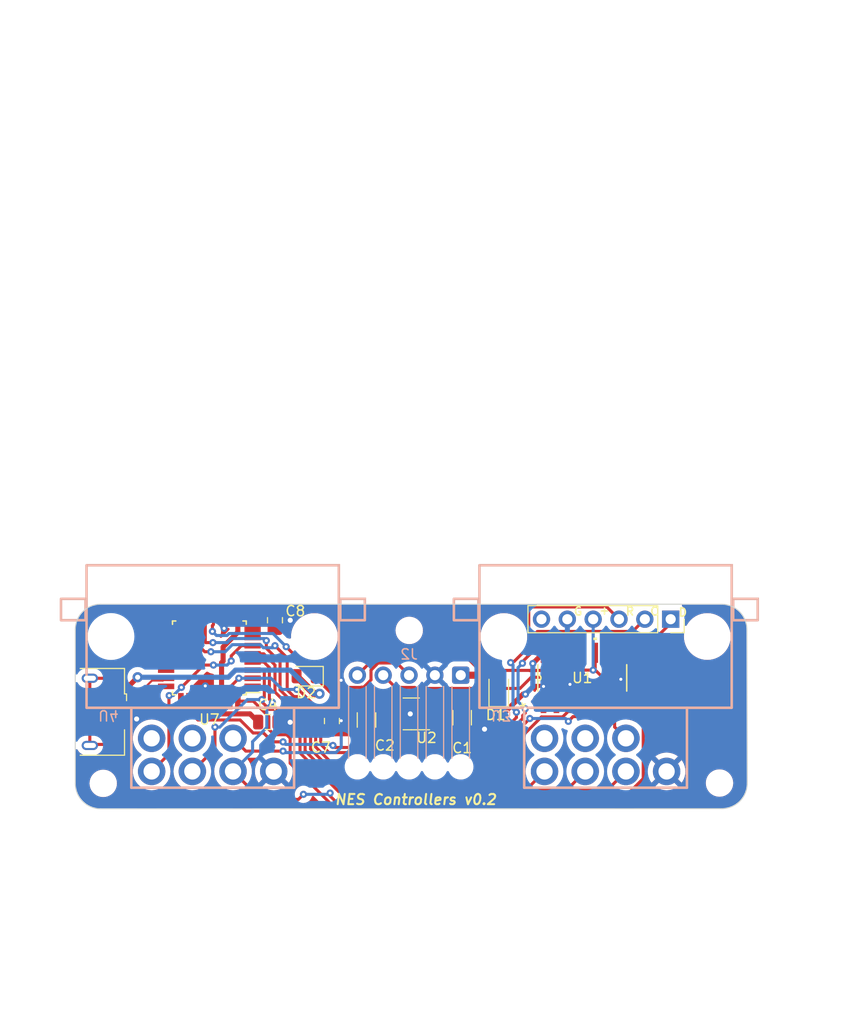
<source format=kicad_pcb>
(kicad_pcb (version 20221018) (generator pcbnew)
  (layers (0 "F.Cu" signal) (31 "B.Cu" signal) (34 "B.Paste" user) (35 "F.Paste" user) (36 "B.SilkS" user "B.Silkscreen") (37 "F.SilkS" user "F.Silkscreen") (38 "B.Mask" user) (39 "F.Mask" user) (44 "Edge.Cuts" user))
  (net 0 "")
  (net 1 "Net-(U7-VDDCORE)")
  (net 3 "/+5V*")
  (net 4 "VBUS")
  (net 5 "/D-")
  (net 8 "/NES_5V")
  (net 9 "/NES_DATA")
  (net 12 "/NES_LATCH_5V")
  (net 13 "/NES_CLOCK_5V")
  (net 14 "/NES_LATCH_3V")
  (net 15 "/D+")
  (net 27 "GND")
  (net 28 "unconnected-(J1-Shield-Pad6)")
  (net 29 "/RESET")
  (net 30 "+3V3")
  (net 31 "/SWCLK")
  (net 32 "/SWDIO")
  (net 35 "/NES_CLOCK_3V")
  (net 40 "/PAD_DATA_1")
  (net 41 "/PAD_LATCH")
  (net 42 "/PAD_CLOCK")
  (net 43 "/PAD_DATA_2")
  (footprint "Capacitor_SMD:C_0805_2012Metric" (layer "F.Cu") (at 126.51 75.825)
    (fp_text reference "C4" (at 0 -1.68) (layer "F.SilkS"))
    (fp_text value "1uF")
    (pad "1" smd roundrect (at -0.95 0) (size 1 1.45) (layers "F.Cu" "F.Paste" "F.Mask") (net 1 "Net-(U7-VDDCORE)"))
    (pad "2" smd roundrect (at 0.95 0) (size 1 1.45) (layers "F.Cu" "F.Paste" "F.Mask") (net 27 "GND"))
  )
  (footprint "MountingHole:MountingHole_2.2mm_M2" (layer "F.Cu") (at 110.327743 81.85)
    (fp_text reference "H1")
    (fp_text value "MountingHole")
    (pad "" np_thru_hole circle (at 0 0) (size 2.2 2.2) (drill 2.2) (layers "*.Cu" "*.Mask"))
  )
  (footprint "Package_QFP:TQFP-32_7x7mm_P0.8mm" (layer "F.Cu") (at 120.76 69.525 180)
    (fp_text reference "U7" (at 0 -6.05) (layer "F.SilkS"))
    (fp_text value "ATSAMD21E18A-A")
    (pad "1" smd rect (at -4.25 -2.8 180) (size 1.6 0.55) (layers "F.Cu" "F.Paste" "F.Mask"))
    (pad "2" smd rect (at -4.25 -2 180) (size 1.6 0.55) (layers "F.Cu" "F.Paste" "F.Mask"))
    (pad "3" smd rect (at -4.25 -1.2 180) (size 1.6 0.55) (layers "F.Cu" "F.Paste" "F.Mask") (net 41 "/PAD_LATCH"))
    (pad "4" smd rect (at -4.25 -0.4 180) (size 1.6 0.55) (layers "F.Cu" "F.Paste" "F.Mask") (net 42 "/PAD_CLOCK"))
    (pad "5" smd rect (at -4.25 0.4 180) (size 1.6 0.55) (layers "F.Cu" "F.Paste" "F.Mask") (net 40 "/PAD_DATA_1"))
    (pad "6" smd rect (at -4.25 1.2 180) (size 1.6 0.55) (layers "F.Cu" "F.Paste" "F.Mask") (net 43 "/PAD_DATA_2"))
    (pad "7" smd rect (at -4.25 2 180) (size 1.6 0.55) (layers "F.Cu" "F.Paste" "F.Mask"))
    (pad "8" smd rect (at -4.25 2.8 180) (size 1.6 0.55) (layers "F.Cu" "F.Paste" "F.Mask"))
    (pad "9" smd rect (at -2.8 4.25 270) (size 1.6 0.55) (layers "F.Cu" "F.Paste" "F.Mask") (net 30 "+3V3"))
    (pad "10" smd rect (at -2 4.25 270) (size 1.6 0.55) (layers "F.Cu" "F.Paste" "F.Mask") (net 27 "GND"))
    (pad "11" smd rect (at -1.2 4.25 270) (size 1.6 0.55) (layers "F.Cu" "F.Paste" "F.Mask"))
    (pad "12" smd rect (at -0.4 4.25 270) (size 1.6 0.55) (layers "F.Cu" "F.Paste" "F.Mask") (net 9 "/NES_DATA"))
    (pad "13" smd rect (at 0.4 4.25 270) (size 1.6 0.55) (layers "F.Cu" "F.Paste" "F.Mask") (net 14 "/NES_LATCH_3V"))
    (pad "14" smd rect (at 1.2 4.25 270) (size 1.6 0.55) (layers "F.Cu" "F.Paste" "F.Mask") (net 35 "/NES_CLOCK_3V"))
    (pad "15" smd rect (at 2 4.25 270) (size 1.6 0.55) (layers "F.Cu" "F.Paste" "F.Mask"))
    (pad "16" smd rect (at 2.8 4.25 270) (size 1.6 0.55) (layers "F.Cu" "F.Paste" "F.Mask"))
    (pad "17" smd rect (at 4.25 2.8 180) (size 1.6 0.55) (layers "F.Cu" "F.Paste" "F.Mask"))
    (pad "18" smd rect (at 4.25 2 180) (size 1.6 0.55) (layers "F.Cu" "F.Paste" "F.Mask"))
    (pad "19" smd rect (at 4.25 1.2 180) (size 1.6 0.55) (layers "F.Cu" "F.Paste" "F.Mask"))
    (pad "20" smd rect (at 4.25 0.4 180) (size 1.6 0.55) (layers "F.Cu" "F.Paste" "F.Mask"))
    (pad "21" smd rect (at 4.25 -0.4 180) (size 1.6 0.55) (layers "F.Cu" "F.Paste" "F.Mask"))
    (pad "22" smd rect (at 4.25 -1.2 180) (size 1.6 0.55) (layers "F.Cu" "F.Paste" "F.Mask"))
    (pad "23" smd rect (at 4.25 -2 180) (size 1.6 0.55) (layers "F.Cu" "F.Paste" "F.Mask") (net 5 "/D-"))
    (pad "24" smd rect (at 4.25 -2.8 180) (size 1.6 0.55) (layers "F.Cu" "F.Paste" "F.Mask") (net 15 "/D+"))
    (pad "25" smd rect (at 2.8 -4.25 270) (size 1.6 0.55) (layers "F.Cu" "F.Paste" "F.Mask"))
    (pad "26" smd rect (at 2 -4.25 270) (size 1.6 0.55) (layers "F.Cu" "F.Paste" "F.Mask") (net 29 "/RESET"))
    (pad "27" smd rect (at 1.2 -4.25 270) (size 1.6 0.55) (layers "F.Cu" "F.Paste" "F.Mask"))
    (pad "28" smd rect (at 0.4 -4.25 270) (size 1.6 0.55) (layers "F.Cu" "F.Paste" "F.Mask") (net 27 "GND"))
    (pad "29" smd rect (at -0.4 -4.25 270) (size 1.6 0.55) (layers "F.Cu" "F.Paste" "F.Mask") (net 1 "Net-(U7-VDDCORE)"))
    (pad "30" smd rect (at -1.2 -4.25 270) (size 1.6 0.55) (layers "F.Cu" "F.Paste" "F.Mask") (net 30 "+3V3"))
    (pad "31" smd rect (at -2 -4.25 270) (size 1.6 0.55) (layers "F.Cu" "F.Paste" "F.Mask") (net 31 "/SWCLK"))
    (pad "32" smd rect (at -2.8 -4.25 270) (size 1.6 0.55) (layers "F.Cu" "F.Paste" "F.Mask") (net 32 "/SWDIO"))
  )
  (footprint "Capacitor_SMD:C_0805_2012Metric" (layer "F.Cu") (at 132.81 75.725 90)
    (fp_text reference "C7" (at -2.6 -1.1 180) (layer "F.SilkS"))
    (fp_text value "1uF")
    (pad "1" smd roundrect (at -0.95 0 90) (size 1 1.45) (layers "F.Cu" "F.Paste" "F.Mask") (net 30 "+3V3"))
    (pad "2" smd roundrect (at 0.95 0 90) (size 1 1.45) (layers "F.Cu" "F.Paste" "F.Mask") (net 27 "GND"))
  )
  (footprint "Capacitor_SMD:C_1206_3216Metric" (layer "F.Cu") (at 145.61 75.4 -90)
    (fp_text reference "C1" (at 2.975 0) (layer "F.SilkS"))
    (fp_text value "10uF")
    (pad "1" smd roundrect (at -1.475 0 270) (size 1.15 1.8) (layers "F.Cu" "F.Paste" "F.Mask") (roundrect_rratio 0.217391) (net 3 "/+5V*"))
    (pad "2" smd roundrect (at 1.475 0 270) (size 1.15 1.8) (layers "F.Cu" "F.Paste" "F.Mask") (roundrect_rratio 0.217391) (net 27 "GND"))
  )
  (footprint "Package_TO_SOT_SMD:SOT-23-5" (layer "F.Cu") (at 140.61 75.025 180)
    (fp_text reference "U2" (at -1.5 -2.35) (layer "F.SilkS"))
    (fp_text value "AP2112K-3.3")
    (pad "1" smd roundrect (at -1.1375 -0.95 180) (size 1.325 0.6) (layers "F.Cu" "F.Paste" "F.Mask") (net 3 "/+5V*"))
    (pad "2" smd roundrect (at -1.1375 0 180) (size 1.325 0.6) (layers "F.Cu" "F.Paste" "F.Mask") (net 27 "GND"))
    (pad "3" smd roundrect (at -1.1375 0.95 180) (size 1.325 0.6) (layers "F.Cu" "F.Paste" "F.Mask") (net 3 "/+5V*"))
    (pad "4" smd roundrect (at 1.1375 0.95 180) (size 1.325 0.6) (layers "F.Cu" "F.Paste" "F.Mask"))
    (pad "5" smd roundrect (at 1.1375 -0.95 180) (size 1.325 0.6) (layers "F.Cu" "F.Paste" "F.Mask") (net 30 "+3V3"))
  )
  (footprint "Capacitor_SMD:C_0805_2012Metric" (layer "F.Cu") (at 127.21 65.825 -90)
    (fp_text reference "C8" (at -0.9 -2 -180) (layer "F.SilkS"))
    (fp_text value "1uF")
    (pad "1" smd roundrect (at -0.95 0 270) (size 1 1.45) (layers "F.Cu" "F.Paste" "F.Mask") (net 30 "+3V3"))
    (pad "2" smd roundrect (at 0.95 0 270) (size 1 1.45) (layers "F.Cu" "F.Paste" "F.Mask") (net 27 "GND"))
  )
  (footprint "Diode_SMD:D_0805_2012Metric" (layer "F.Cu") (at 130.2725 71.325 180)
    (fp_text reference "D2" (at 0 -1.65) (layer "F.SilkS"))
    (fp_text value "D")
    (pad "1" smd roundrect (at -0.9375 0 180) (size 0.975 1.4) (layers "F.Cu" "F.Paste" "F.Mask") (net 3 "/+5V*"))
    (pad "2" smd roundrect (at 0.9375 0 180) (size 0.975 1.4) (layers "F.Cu" "F.Paste" "F.Mask") (net 4 "VBUS"))
  )
  (footprint "Capacitor_SMD:C_1206_3216Metric" (layer "F.Cu") (at 136.21 75.625 90)
    (fp_text reference "C2" (at -2.5 1.8) (layer "F.SilkS"))
    (fp_text value "10uF")
    (pad "1" smd roundrect (at -1.475 0 90) (size 1.15 1.8) (layers "F.Cu" "F.Paste" "F.Mask") (roundrect_rratio 0.217391) (net 30 "+3V3"))
    (pad "2" smd roundrect (at 1.475 0 90) (size 1.15 1.8) (layers "F.Cu" "F.Paste" "F.Mask") (roundrect_rratio 0.217391) (net 27 "GND"))
  )
  (footprint "Diode_SMD:D_0805_2012Metric" (layer "F.Cu") (at 149.21 72.625 90)
    (fp_text reference "D1" (at -2.5 -0.3 180) (layer "F.SilkS"))
    (fp_text value "D")
    (pad "1" smd roundrect (at -0.9375 0 90) (size 0.975 1.4) (layers "F.Cu" "F.Paste" "F.Mask") (net 3 "/+5V*"))
    (pad "2" smd roundrect (at 0.9375 0 90) (size 0.975 1.4) (layers "F.Cu" "F.Paste" "F.Mask") (net 8 "/NES_5V"))
  )
  (footprint "Connector_USB:USB_Micro-B_Amphenol_10118193-0001LF_Horizontal" (layer "F.Cu") (at 109.01 74.825 -90)
    (fp_text reference "J1")
    (fp_text value "USB_B_Micro")
    (pad "1" smd roundrect (at -1.3 -2.675 270) (size 0.4 1.35) (layers "F.Cu" "F.Paste" "F.Mask") (net 4 "VBUS"))
    (pad "2" smd roundrect (at -0.65 -2.675 270) (size 0.4 1.35) (layers "F.Cu" "F.Paste" "F.Mask") (net 5 "/D-"))
    (pad "3" smd roundrect (at 0 -2.675 270) (size 0.4 1.35) (layers "F.Cu" "F.Paste" "F.Mask") (net 15 "/D+"))
    (pad "4" smd roundrect (at 0.65 -2.675 270) (size 0.4 1.35) (layers "F.Cu" "F.Paste" "F.Mask"))
    (pad "5" smd roundrect (at 1.3 -2.675 270) (size 0.4 1.35) (layers "F.Cu" "F.Paste" "F.Mask") (net 27 "GND"))
    (pad "6" thru_hole oval (at -3.3 0) (size 1.6 0.9) (drill oval 1.2 0.5) (layers "*.Cu" "*.Mask" "F.Paste") (net 28 "unconnected-(J1-Shield-Pad6)"))
    (pad "6" smd roundrect (at -3.2 -2.45 270) (size 1.6 1.4) (layers "F.Cu" "F.Paste" "F.Mask") (roundrect_rratio 0.1785714286) (net 28 "unconnected-(J1-Shield-Pad6)"))
    (pad "6" smd roundrect (at -1.2 0 270) (size 1.9 1.9) (layers "F.Cu" "F.Paste" "F.Mask") (roundrect_rratio 0.1315789474) (net 28 "unconnected-(J1-Shield-Pad6)"))
    (pad "6" smd roundrect (at 1.2 0 270) (size 1.9 1.9) (layers "F.Cu" "F.Paste" "F.Mask") (roundrect_rratio 0.1315789474) (net 28 "unconnected-(J1-Shield-Pad6)"))
    (pad "6" smd roundrect (at 3.2 -2.45 270) (size 1.6 1.4) (layers "F.Cu" "F.Paste" "F.Mask") (roundrect_rratio 0.1785714286) (net 28 "unconnected-(J1-Shield-Pad6)"))
    (pad "6" thru_hole oval (at 3.3 0) (size 1.6 0.9) (drill oval 1.2 0.5) (layers "*.Cu" "*.Mask" "F.Paste") (net 28 "unconnected-(J1-Shield-Pad6)"))
  )
  (footprint "Connector_PinSocket_2.54mm:PinSocket_1x06_P2.54mm_Vertical" (layer "F.Cu") (at 166.11 65.725 -90)
    (fp_text reference "J3")
    (fp_text value "Conn_01x06")
    (pad "1" thru_hole rect (at 0 0 270) (size 1.7 1.7) (drill 1) (layers "*.Cu" "*.Mask") (net 32 "/SWDIO"))
    (pad "2" thru_hole oval (at 0 2.54 270) (size 1.7 1.7) (drill 1) (layers "*.Cu" "*.Mask") (net 31 "/SWCLK"))
    (pad "3" thru_hole oval (at 0 5.08 270) (size 1.7 1.7) (drill 1) (layers "*.Cu" "*.Mask") (net 29 "/RESET"))
    (pad "4" thru_hole oval (at 0 7.62 270) (size 1.7 1.7) (drill 1) (layers "*.Cu" "*.Mask") (net 30 "+3V3"))
    (pad "5" thru_hole oval (at 0 10.16 270) (size 1.7 1.7) (drill 1) (layers "*.Cu" "*.Mask") (net 27 "GND"))
    (pad "6" thru_hole oval (at 0 12.7 270) (size 1.7 1.7) (drill 1) (layers "*.Cu" "*.Mask"))
  )
  (footprint "Minor_Industries:SN74LVC125ADR" (layer "F.Cu") (at 157.42 71.4888 90)
    (fp_text reference "U1" (at 0 0 unlocked) (layer "F.SilkS"))
    (fp_text value "SN74LVC125ADR")
    (fp_text user "*" (at -2.7178 -5.5118 90 unlocked) (layer "F.SilkS"))
    (fp_text user "*" (at -2.7178 -5.5118 90) (layer "F.SilkS"))
    (pad "1" smd rect (at -2.4638 -3.81 90) (size 1.9812 0.5588) (layers "F.Cu" "F.Paste" "F.Mask") (net 27 "GND"))
    (pad "2" smd rect (at -2.4638 -2.54 90) (size 1.9812 0.5588) (layers "F.Cu" "F.Paste" "F.Mask") (net 12 "/NES_LATCH_5V"))
    (pad "3" smd rect (at -2.4638 -1.27 90) (size 1.9812 0.5588) (layers "F.Cu" "F.Paste" "F.Mask") (net 14 "/NES_LATCH_3V"))
    (pad "4" smd rect (at -2.4638 0 90) (size 1.9812 0.5588) (layers "F.Cu" "F.Paste" "F.Mask") (net 27 "GND"))
    (pad "5" smd rect (at -2.4638 1.27 90) (size 1.9812 0.5588) (layers "F.Cu" "F.Paste" "F.Mask") (net 13 "/NES_CLOCK_5V"))
    (pad "6" smd rect (at -2.4638 2.54 90) (size 1.9812 0.5588) (layers "F.Cu" "F.Paste" "F.Mask") (net 35 "/NES_CLOCK_3V"))
    (pad "7" smd rect (at -2.4638 3.81 90) (size 1.9812 0.5588) (layers "F.Cu" "F.Paste" "F.Mask") (net 27 "GND"))
    (pad "8" smd rect (at 2.4638 3.81 90) (size 1.9812 0.5588) (layers "F.Cu" "F.Paste" "F.Mask"))
    (pad "9" smd rect (at 2.4638 2.54 90) (size 1.9812 0.5588) (layers "F.Cu" "F.Paste" "F.Mask"))
    (pad "10" smd rect (at 2.4638 1.27 90) (size 1.9812 0.5588) (layers "F.Cu" "F.Paste" "F.Mask") (net 30 "+3V3"))
    (pad "11" smd rect (at 2.4638 0 90) (size 1.9812 0.5588) (layers "F.Cu" "F.Paste" "F.Mask"))
    (pad "12" smd rect (at 2.4638 -1.27 90) (size 1.9812 0.5588) (layers "F.Cu" "F.Paste" "F.Mask"))
    (pad "13" smd rect (at 2.4638 -2.54 90) (size 1.9812 0.5588) (layers "F.Cu" "F.Paste" "F.Mask") (net 30 "+3V3"))
    (pad "14" smd rect (at 2.4638 -3.81 90) (size 1.9812 0.5588) (layers "F.Cu" "F.Paste" "F.Mask") (net 30 "+3V3"))
  )
  (footprint "MountingHole:MountingHole_2.2mm_M2" (layer "F.Cu") (at 140.41 66.825)
    (fp_text reference "H3")
    (fp_text value "MountingHole")
    (pad "" np_thru_hole circle (at 0 0) (size 2.2 2.2) (drill 2.2) (layers "*.Cu" "*.Mask"))
  )
  (footprint "MountingHole:MountingHole_2.2mm_M2" (layer "F.Cu") (at 170.91 81.817767)
    (fp_text reference "H2")
    (fp_text value "MountingHole")
    (pad "" np_thru_hole circle (at 0 0) (size 2.2 2.2) (drill 2.2) (layers "*.Cu" "*.Mask"))
  )
  (footprint "Connector_Wire:SolderWire-0.15sqmm_1x05_P4mm_D0.5mm_OD1.5mm_Relief" (layer "B.Cu") (at 145.47 71.225 180)
    (fp_text reference "J2" (at 5.08 2.05) (layer "B.SilkS") (effects (justify mirror)))
    (fp_text value "NES")
    (pad "" np_thru_hole circle (at 0 -9 180) (size 2 2) (drill 2) (layers "*.Cu" "*.Mask"))
    (pad "" np_thru_hole circle (at 2.54 -9 180) (size 2 2) (drill 2) (layers "*.Cu" "*.Mask"))
    (pad "" np_thru_hole circle (at 5.08 -9 180) (size 2 2) (drill 2) (layers "*.Cu" "*.Mask"))
    (pad "" np_thru_hole circle (at 7.62 -9 180) (size 2 2) (drill 2) (layers "*.Cu" "*.Mask"))
    (pad "" np_thru_hole circle (at 10.16 -9 180) (size 2 2) (drill 2) (layers "*.Cu" "*.Mask"))
    (pad "1" thru_hole roundrect (at 0 0 180) (size 1.7 1.7) (drill 1) (layers "*.Cu" "*.Mask") (roundrect_rratio 0.147059) (net 8 "/NES_5V"))
    (pad "2" thru_hole circle (at 2.54 0 180) (size 1.7 1.7) (drill 1) (layers "*.Cu" "*.Mask") (net 27 "GND"))
    (pad "3" thru_hole circle (at 5.08 0 180) (size 1.7 1.7) (drill 1) (layers "*.Cu" "*.Mask") (net 9 "/NES_DATA"))
    (pad "4" thru_hole circle (at 7.62 0 180) (size 1.7 1.7) (drill 1) (layers "*.Cu" "*.Mask") (net 12 "/NES_LATCH_5V"))
    (pad "5" thru_hole circle (at 10.16 0 180) (size 1.7 1.7) (drill 1) (layers "*.Cu" "*.Mask") (net 13 "/NES_CLOCK_5V"))
  )
  (footprint "Minor_Industries:NES controller port" (layer "B.Cu") (at 121.087743 74.675)
    (fp_text reference "U4" (at -10.25 0.5 180 unlocked) (layer "B.SilkS") (effects (justify mirror)))
    (fp_text value "~")
    (pad "" np_thru_hole circle (at -10 -7.25) (size 4.1 4.1) (drill 4.1) (layers "F&B.Cu" "*.Mask"))
    (pad "" thru_hole circle (at -6 2.75) (size 2.7 2.7) (drill 1.6) (layers "*.Cu" "*.Mask"))
    (pad "" thru_hole circle (at -2 2.75) (size 2.7 2.7) (drill 1.6) (layers "*.Cu" "*.Mask"))
    (pad "" np_thru_hole circle (at 10 -7.25) (size 4.1 4.1) (drill 4.1) (layers "F&B.Cu" "*.Mask"))
    (pad "1" thru_hole circle (at 2 2.75) (size 2.7 2.7) (drill 1.6) (layers "*.Cu" "*.Mask") (net 30 "+3V3"))
    (pad "2" thru_hole circle (at 6 6) (size 2.7 2.7) (drill 1.6) (layers "*.Cu" "*.Mask") (net 27 "GND"))
    (pad "3" thru_hole circle (at -6 6) (size 2.7 2.7) (drill 1.6) (layers "*.Cu" "*.Mask") (net 43 "/PAD_DATA_2"))
    (pad "4" thru_hole circle (at -2 6) (size 2.7 2.7) (drill 1.6) (layers "*.Cu" "*.Mask") (net 41 "/PAD_LATCH"))
    (pad "5" thru_hole circle (at 2 6) (size 2.7 2.7) (drill 1.6) (layers "*.Cu" "*.Mask") (net 42 "/PAD_CLOCK"))
  )
  (footprint "Minor_Industries:NES controller port" (layer "B.Cu") (at 159.71 74.675)
    (fp_text reference "U3" (at -10.25 0.5 180 unlocked) (layer "B.SilkS") (effects (justify mirror)))
    (fp_text value "~")
    (pad "" np_thru_hole circle (at -10 -7.25) (size 4.1 4.1) (drill 4.1) (layers "F&B.Cu" "*.Mask"))
    (pad "" thru_hole circle (at -6 2.75) (size 2.7 2.7) (drill 1.6) (layers "*.Cu" "*.Mask"))
    (pad "" thru_hole circle (at -2 2.75) (size 2.7 2.7) (drill 1.6) (layers "*.Cu" "*.Mask"))
    (pad "" np_thru_hole circle (at 10 -7.25) (size 4.1 4.1) (drill 4.1) (layers "F&B.Cu" "*.Mask"))
    (pad "1" thru_hole circle (at 2 2.75) (size 2.7 2.7) (drill 1.6) (layers "*.Cu" "*.Mask") (net 30 "+3V3"))
    (pad "2" thru_hole circle (at 6 6) (size 2.7 2.7) (drill 1.6) (layers "*.Cu" "*.Mask") (net 27 "GND"))
    (pad "3" thru_hole circle (at -6 6) (size 2.7 2.7) (drill 1.6) (layers "*.Cu" "*.Mask") (net 40 "/PAD_DATA_1"))
    (pad "4" thru_hole circle (at -2 6) (size 2.7 2.7) (drill 1.6) (layers "*.Cu" "*.Mask") (net 41 "/PAD_LATCH"))
    (pad "5" thru_hole circle (at 2 6) (size 2.7 2.7) (drill 1.6) (layers "*.Cu" "*.Mask") (net 42 "/PAD_CLOCK"))
  )
  (gr_arc (start 107.577743 66.75) (mid 108.309976 64.982233) (end 110.077743 64.25) (stroke (width 0.1)) (layer "Edge.Cuts"))
  (gr_line (start 110.077743 84.35) (end 171.142239 84.332219) (stroke (width 0.1)) (layer "Edge.Cuts"))
  (gr_arc (start 171.11 64.25) (mid 172.877767 64.982233) (end 173.61 66.75) (stroke (width 0.1)) (layer "Edge.Cuts"))
  (gr_line (start 110.077743 64.25) (end 171.11 64.25) (stroke (width 0.1)) (layer "Edge.Cuts"))
  (gr_line (start 173.61 66.75) (end 173.642239 81.832219) (stroke (width 0.1)) (layer "Edge.Cuts"))
  (gr_arc (start 173.642239 81.832219) (mid 172.909996 83.599952) (end 171.142239 84.332219) (stroke (width 0.1)) (layer "Edge.Cuts"))
  (gr_arc (start 110.077743 84.35) (mid 108.309976 83.617767) (end 107.577743 81.85) (stroke (width 0.1)) (layer "Edge.Cuts"))
  (gr_line (start 107.577743 66.75) (end 107.577743 81.85) (stroke (width 0.1)) (layer "Edge.Cuts"))
  (gr_text "G" (at 156.51 65.425) (layer "F.SilkS") (effects (font (size 0.8 0.8)) (justify left bottom)))
  (gr_text "NES Controllers v0.2" (at 133.01 84.025) (layer "F.SilkS") (effects (font (size 1 1) (thickness 0.2) bold italic) (justify left bottom)))
  (gr_text "C" (at 164.01 65.425) (layer "F.SilkS") (effects (font (size 0.8 0.8)) (justify left bottom)))
  (gr_text "+" (at 159.01 65.325) (layer "F.SilkS") (effects (font (size 0.8 0.8)) (justify left bottom)))
  (gr_text "D" (at 166.81 65.525) (layer "F.SilkS") (effects (font (size 0.8 0.8)) (justify left bottom)))
  (gr_text "R" (at 161.61 65.425) (layer "F.SilkS") (effects (font (size 0.8 0.8)) (justify left bottom)))
  (segment (start 125.56 75.825) (end 124.76 75.025) (width 0.5) (layer "F.Cu") (net 1))
  (segment (start 124.76 75.025) (end 121.31 75.025) (width 0.5) (layer "F.Cu") (net 1))
  (segment (start 121.31 75.025) (end 121.16 74.875) (width 0.5) (layer "F.Cu") (net 1))
  (segment (start 121.16 74.875) (end 121.16 73.775) (width 0.5) (layer "F.Cu") (net 1))
  (segment (start 137.849949 73) (end 137.874949 73.025) (width 0.5) (layer "F.Cu") (net 3))
  (segment (start 141.7475 74.075) (end 142.308528 74.075) (width 0.5) (layer "F.Cu") (net 3))
  (segment (start 142.86 75.423528) (end 142.308528 75.975) (width 0.5) (layer "F.Cu") (net 3))
  (segment (start 149.21 73.5625) (end 145.9725 73.5625) (width 0.7) (layer "F.Cu") (net 3))
  (segment (start 142.308528 74.075) (end 142.86 74.626472) (width 0.5) (layer "F.Cu") (net 3))
  (segment (start 140.6975 73.025) (end 141.7475 74.075) (width 0.5) (layer "F.Cu") (net 3))
  (segment (start 145.46 74.075) (end 145.61 73.925) (width 0.5) (layer "F.Cu") (net 3))
  (segment (start 141.7475 74.075) (end 145.46 74.075) (width 0.5) (layer "F.Cu") (net 3))
  (segment (start 137.874949 73.025) (end 140.6975 73.025) (width 0.5) (layer "F.Cu") (net 3))
  (segment (start 132.91 73.025) (end 135.945051 73.025) (width 0.5) (layer "F.Cu") (net 3))
  (segment (start 142.86 74.626472) (end 142.86 75.423528) (width 0.5) (layer "F.Cu") (net 3))
  (segment (start 142.308528 75.975) (end 141.7475 75.975) (width 0.5) (layer "F.Cu") (net 3))
  (segment (start 145.9725 73.5625) (end 145.61 73.925) (width 0.7) (layer "F.Cu") (net 3))
  (segment (start 135.945051 73.025) (end 135.970051 73) (width 0.5) (layer "F.Cu") (net 3))
  (segment (start 135.970051 73) (end 137.849949 73) (width 0.5) (layer "F.Cu") (net 3))
  (segment (start 131.21 71.325) (end 132.91 73.025) (width 0.5) (layer "F.Cu") (net 3))
  (segment (start 131.056398 73.046398) (end 129.335 71.325) (width 0.7) (layer "F.Cu") (net 4))
  (segment (start 131.588602 73.046398) (end 131.056398 73.046398) (width 0.7) (layer "F.Cu") (net 4))
  (segment (start 113.71 71.425) (end 111.685 73.45) (width 0.5) (layer "F.Cu") (net 4))
  (segment (start 111.685 73.45) (end 111.685 73.525) (width 0.5) (layer "F.Cu") (net 4))
  (via (at 131.588602 73.046398) (size 1) (drill 0.5) (layers "F.Cu" "B.Cu") (net 4))
  (via (at 113.71 71.425) (size 1) (drill 0.5) (layers "F.Cu" "B.Cu") (net 4))
  (segment (start 122.629127 71.425) (end 123.329127 70.725) (width 0.5) (layer "B.Cu") (net 4))
  (segment (start 128.71 70.725) (end 131.031398 73.046398) (width 0.5) (layer "B.Cu") (net 4))
  (segment (start 123.329127 70.725) (end 128.71 70.725) (width 0.5) (layer "B.Cu") (net 4))
  (segment (start 131.031398 73.046398) (end 131.588602 73.046398) (width 0.5) (layer "B.Cu") (net 4))
  (segment (start 113.71 71.425) (end 122.629127 71.425) (width 0.5) (layer "B.Cu") (net 4))
  (segment (start 111.685 74.175) (end 112.697501 74.175) (width 0.2) (layer "F.Cu") (net 5))
  (segment (start 116.185 71.75) (end 116.41 71.525) (width 0.2) (layer "F.Cu") (net 5))
  (segment (start 112.697501 74.175) (end 115.122501 71.75) (width 0.2) (layer "F.Cu") (net 5))
  (segment (start 115.122501 71.75) (end 116.185 71.75) (width 0.2) (layer "F.Cu") (net 5))
  (segment (start 145.47 71.225) (end 148.7475 71.225) (width 0.7) (layer "F.Cu") (net 8))
  (segment (start 148.7475 71.225) (end 149.21 71.6875) (width 0.7) (layer "F.Cu") (net 8))
  (segment (start 139.19 70.025) (end 140.39 71.225) (width 0.3) (layer "F.Cu") (net 9))
  (segment (start 136.65 70.727943) (end 137.352943 70.025) (width 0.3) (layer "F.Cu") (net 9))
  (segment (start 128.31 68.425) (end 130.16 70.275) (width 0.3) (layer "F.Cu") (net 9))
  (segment (start 132.0475 70.622811) (end 132.0475 71.313972) (width 0.3) (layer "F.Cu") (net 9))
  (segment (start 121.0595 66.3505) (end 121.16 66.25) (width 0.3) (layer "F.Cu") (net 9))
  (segment (start 121.16 66.25) (end 121.16 65.275) (width 0.3) (layer "F.Cu") (net 9))
  (segment (start 130.16 70.275) (end 131.699689 70.275) (width 0.3) (layer "F.Cu") (net 9))
  (segment (start 136.65 71.685) (end 136.65 70.727943) (width 0.3) (layer "F.Cu") (net 9))
  (segment (start 133.158528 72.425) (end 135.696523 72.425) (width 0.3) (layer "F.Cu") (net 9))
  (segment (start 121.0595 66.925) (end 121.0595 66.3505) (width 0.3) (layer "F.Cu") (net 9))
  (segment (start 132.0475 71.313972) (end 133.158528 72.425) (width 0.3) (layer "F.Cu") (net 9))
  (segment (start 135.696523 72.425) (end 135.721523 72.4) (width 0.3) (layer "F.Cu") (net 9))
  (segment (start 135.935 72.4) (end 136.65 71.685) (width 0.3) (layer "F.Cu") (net 9))
  (segment (start 135.721523 72.4) (end 135.935 72.4) (width 0.3) (layer "F.Cu") (net 9))
  (segment (start 137.352943 70.025) (end 139.19 70.025) (width 0.3) (layer "F.Cu") (net 9))
  (segment (start 131.699689 70.275) (end 132.0475 70.622811) (width 0.3) (layer "F.Cu") (net 9))
  (via (at 121.0595 66.925) (size 0.7) (drill 0.3) (layers "F.Cu" "B.Cu") (net 9))
  (via (at 128.31 68.425) (size 0.7) (drill 0.3) (layers "F.Cu" "B.Cu") (net 9))
  (segment (start 121.0595 66.925) (end 121.459002 67.324502) (width 0.3) (layer "B.Cu") (net 9))
  (segment (start 122.699452 67.125) (end 127.01 67.125) (width 0.3) (layer "B.Cu") (net 9))
  (segment (start 127.01 67.125) (end 128.31 68.425) (width 0.3) (layer "B.Cu") (net 9))
  (segment (start 122.49995 67.324502) (end 122.699452 67.125) (width 0.3) (layer "B.Cu") (net 9))
  (segment (start 121.459002 67.324502) (end 122.49995 67.324502) (width 0.3) (layer "B.Cu") (net 9))
  (segment (start 152.400498 71.425) (end 153.89995 71.425) (width 0.3) (layer "F.Cu") (net 12))
  (segment (start 154.88 72.40505) (end 154.88 73.9526) (width 0.3) (layer "F.Cu") (net 12))
  (segment (start 137.85 71.225) (end 139.05 72.425) (width 0.3) (layer "F.Cu") (net 12))
  (segment (start 139.05 72.425) (end 140.946028 72.425) (width 0.3) (layer "F.Cu") (net 12))
  (segment (start 154.88 74.6638) (end 154.88 73.9526) (width 0.3) (layer "F.Cu") (net 12))
  (segment (start 140.946028 72.425) (end 141.046028 72.525) (width 0.3) (layer "F.Cu") (net 12))
  (segment (start 153.89995 71.425) (end 154.88 72.40505) (width 0.3) (layer "F.Cu") (net 12))
  (segment (start 151.300498 72.525) (end 152.400498 71.425) (width 0.3) (layer "F.Cu") (net 12))
  (segment (start 141.046028 72.525) (end 151.300498 72.525) (width 0.3) (layer "F.Cu") (net 12))
  (segment (start 155.188728 70.752034) (end 155.661694 71.225) (width 0.3) (layer "F.Cu") (net 13))
  (segment (start 152.27005 70.775) (end 152.84995 70.775) (width 0.3) (layer "F.Cu") (net 13))
  (segment (start 155.661694 71.225) (end 156.623 71.225) (width 0.3) (layer "F.Cu") (net 13))
  (segment (start 149.572211 70.752034) (end 152.247084 70.752034) (width 0.3) (layer "F.Cu") (net 13))
  (segment (start 146.11 69.525) (end 147.01 70.425) (width 0.3) (layer "F.Cu") (net 13))
  (segment (start 158.69 73.292) (end 158.69 73.9526) (width 0.3) (layer "F.Cu") (net 13))
  (segment (start 137.01 69.525) (end 146.11 69.525) (width 0.3) (layer "F.Cu") (net 13))
  (segment (start 149.245177 70.425) (end 149.572211 70.752034) (width 0.3) (layer "F.Cu") (net 13))
  (segment (start 152.84995 70.775) (end 152.872916 70.752034) (width 0.3) (layer "F.Cu") (net 13))
  (segment (start 135.31 71.225) (end 137.01 69.525) (width 0.3) (layer "F.Cu") (net 13))
  (segment (start 152.872916 70.752034) (end 155.188728 70.752034) (width 0.3) (layer "F.Cu") (net 13))
  (segment (start 147.01 70.425) (end 149.245177 70.425) (width 0.3) (layer "F.Cu") (net 13))
  (segment (start 156.623 71.225) (end 158.69 73.292) (width 0.3) (layer "F.Cu") (net 13))
  (segment (start 152.247084 70.752034) (end 152.27005 70.775) (width 0.3) (layer "F.Cu") (net 13))
  (segment (start 121.11 68.024002) (end 120.409002 68.024002) (width 0.3) (layer "F.Cu") (net 14))
  (segment (start 130.71 75.239212) (end 130.71 78.485147) (width 0.3) (layer "F.Cu") (net 14))
  (segment (start 128.864151 73.823293) (end 129.294081 73.823293) (width 0.3) (layer "F.Cu") (net 14))
  (segment (start 146.605836 82.125) (end 153.405836 75.325) (width 0.3) (layer "F.Cu") (net 14))
  (segment (start 134.349853 82.125) (end 146.605836 82.125) (width 0.3) (layer "F.Cu") (net 14))
  (segment (start 120.36 67.975) (end 120.36 65.275) (width 0.3) (layer "F.Cu") (net 14))
  (segment (start 129.294081 73.823293) (end 130.71 75.239212) (width 0.3) (layer "F.Cu") (net 14))
  (segment (start 127.71 72.669142) (end 128.864151 73.823293) (width 0.3) (layer "F.Cu") (net 14))
  (segment (start 120.409002 68.024002) (end 120.36 67.975) (width 0.3) (layer "F.Cu") (net 14))
  (segment (start 127.71 69.925) (end 127.71 72.669142) (width 0.3) (layer "F.Cu") (net 14))
  (segment (start 126.358816 68.573816) (end 127.71 69.925) (width 0.3) (layer "F.Cu") (net 14))
  (segment (start 130.71 78.485147) (end 134.349853 82.125) (width 0.3) (layer "F.Cu") (net 14))
  (segment (start 155.4888 75.325) (end 156.15 74.6638) (width 0.3) (layer "F.Cu") (net 14))
  (segment (start 156.15 74.6638) (end 156.15 73.9526) (width 0.3) (layer "F.Cu") (net 14))
  (segment (start 153.405836 75.325) (end 155.4888 75.325) (width 0.3) (layer "F.Cu") (net 14))
  (segment (start 126.358816 67.827441) (end 126.358816 68.573816) (width 0.3) (layer "F.Cu") (net 14))
  (via (at 126.358816 67.827441) (size 0.7) (drill 0.3) (layers "F.Cu" "B.Cu") (net 14))
  (via (at 121.11 68.024002) (size 0.7) (drill 0.3) (layers "F.Cu" "B.Cu") (net 14))
  (segment (start 122.906558 67.625) (end 126.156375 67.625) (width 0.3) (layer "B.Cu") (net 14))
  (segment (start 122.507556 68.024002) (end 122.906558 67.625) (width 0.3) (layer "B.Cu") (net 14))
  (segment (start 121.11 68.024002) (end 122.507556 68.024002) (width 0.3) (layer "B.Cu") (net 14))
  (segment (start 126.156375 67.625) (end 126.358816 67.827441) (width 0.3) (layer "B.Cu") (net 14))
  (segment (start 115.197501 72.325) (end 116.41 72.325) (width 0.2) (layer "F.Cu") (net 15))
  (segment (start 112.697501 74.825) (end 115.197501 72.325) (width 0.2) (layer "F.Cu") (net 15))
  (segment (start 111.685 74.825) (end 112.697501 74.825) (width 0.2) (layer "F.Cu") (net 15))
  (segment (start 147.46 76.875) (end 145.61 76.875) (width 0.5) (layer "F.Cu") (net 27))
  (segment (start 120.31 72.225) (end 120.36 72.275) (width 0.3) (layer "F.Cu") (net 27))
  (segment (start 137.085 75.025) (end 140.51 75.025) (width 0.5) (layer "F.Cu") (net 27))
  (segment (start 161.23 71.645) (end 161.21 71.625) (width 0.3) (layer "F.Cu") (net 27))
  (segment (start 122.76 66.074502) (end 122.76 65.275) (width 0.3) (layer "F.Cu") (net 27))
  (segment (start 132.81 74.775) (end 135.585 74.775) (width 0.7) (layer "F.Cu") (net 27))
  (segment (start 120.36 73.775) (end 120.36 72.275) (width 0.3) (layer "F.Cu") (net 27))
  (segment (start 128.7016 75.8464) (end 128.6802 75.825) (width 0.7) (layer "F.Cu") (net 27))
  (segment (start 147.81 76.525) (end 147.46 76.875) (width 0.5) (layer "F.Cu") (net 27))
  (segment (start 157.42 73.335) (end 156.21 72.125) (width 0.3) (layer "F.Cu") (net 27))
  (segment (start 128.16 65.825) (end 127.21 66.775) (width 0.7) (layer "F.Cu") (net 27))
  (segment (start 141.7475 75.025) (end 140.51 75.025) (width 0.7) (layer "F.Cu") (net 27))
  (segment (start 122.21 66.624502) (end 122.76 66.074502) (width 0.3) (layer "F.Cu") (net 27))
  (segment (start 161.23 73.9526) (end 161.23 71.645) (width 0.3) (layer "F.Cu") (net 27))
  (segment (start 157.42 73.9526) (end 157.42 73.335) (width 0.3) (layer "F.Cu") (net 27))
  (segment (start 113.01 76.125) (end 113.61 75.525) (width 0.3) (layer "F.Cu") (net 27))
  (segment (start 136.21 74.15) (end 137.085 75.025) (width 0.5) (layer "F.Cu") (net 27))
  (segment (start 128.6802 75.825) (end 127.46 75.825) (width 0.7) (layer "F.Cu") (net 27))
  (segment (start 128.71 65.825) (end 128.16 65.825) (width 0.7) (layer "F.Cu") (net 27))
  (segment (start 111.685 76.125) (end 113.01 76.125) (width 0.3) (layer "F.Cu") (net 27))
  (segment (start 153.61 73.9526) (end 153.61 72.325) (width 0.3) (layer "F.Cu") (net 27))
  (segment (start 135.585 74.775) (end 136.21 74.15) (width 0.7) (layer "F.Cu") (net 27))
  (via (at 122.21 66.624502) (size 0.7) (drill 0.3) (layers "F.Cu" "B.Cu") (net 27))
  (via (at 156.21 72.125) (size 0.7) (drill 0.3) (layers "F.Cu" "B.Cu") (net 27))
  (via (at 128.7016 75.8464) (size 1) (drill 0.5) (layers "F.Cu" "B.Cu") (net 27))
  (via (at 153.61 72.325) (size 0.7) (drill 0.3) (layers "F.Cu" "B.Cu") (net 27))
  (via (at 147.81 76.525) (size 1) (drill 0.5) (layers "F.Cu" "B.Cu") (net 27))
  (via (at 161.21 71.625) (size 0.7) (drill 0.3) (layers "F.Cu" "B.Cu") (net 27))
  (via (at 140.51 75.025) (size 1) (drill 0.5) (layers "F.Cu" "B.Cu") (net 27))
  (via (at 120.36 72.275) (size 0.7) (drill 0.3) (layers "F.Cu" "B.Cu") (net 27))
  (via (at 128.71 65.825) (size 1) (drill 0.5) (layers "F.Cu" "B.Cu") (net 27))
  (via (at 113.61 75.525) (size 1) (drill 0.5) (layers "F.Cu" "B.Cu") (net 27))
  (segment (start 109.01 78.125) (end 109.01 76.025) (width 0.3) (layer "F.Cu") (net 28))
  (segment (start 109.01 73.625) (end 109.01 71.525) (width 0.3) (layer "F.Cu") (net 28))
  (segment (start 111.36 71.525) (end 111.46 71.625) (width 0.3) (layer "F.Cu") (net 28))
  (segment (start 111.46 78.025) (end 109.11 78.025) (width 0.3) (layer "F.Cu") (net 28))
  (segment (start 109.11 78.025) (end 109.01 78.125) (width 0.3) (layer "F.Cu") (net 28))
  (segment (start 109.01 76.025) (end 109.01 73.625) (width 0.3) (layer "F.Cu") (net 28))
  (segment (start 109.01 71.525) (end 111.36 71.525) (width 0.3) (layer "F.Cu") (net 28))
  (segment (start 150.945933 75.381961) (end 148.002894 78.325) (width 0.3) (layer "F.Cu") (net 29))
  (segment (start 150.945933 74.859464) (end 150.945933 75.381961) (width 0.3) (layer "F.Cu") (net 29))
  (segment (start 123.786472 75.625) (end 119.635 75.625) (width 0.3) (layer "F.Cu") (net 29))
  (segment (start 152.16 68.439823) (end 152.16 64.575) (width 0.3) (layer "F.Cu") (net 29))
  (segment (start 133.107675 78.325) (end 132.908175 78.1255) (width 0.3) (layer "F.Cu") (net 29))
  (segment (start 119.635 75.625) (end 118.76 74.75) (width 0.3) (layer "F.Cu") (net 29))
  (segment (start 128.002732 77.772675) (end 126.957675 77.772675) (width 0.3) (layer "F.Cu") (net 29))
  (segment (start 125.061472 76.9) (end 123.786472 75.625) (width 0.3) (layer "F.Cu") (net 29))
  (segment (start 150.378792 69.988703) (end 150.492495 69.875) (width 0.3) (layer "F.Cu") (net 29))
  (segment (start 159.83 64.525) (end 161.03 65.725) (width 0.3) (layer "F.Cu") (net 29))
  (segment (start 118.76 74.75) (end 118.76 73.775) (width 0.3) (layer "F.Cu") (net 29))
  (segment (start 150.492495 69.875) (end 150.724823 69.875) (width 0.3) (layer "F.Cu") (net 29))
  (segment (start 126.957675 77.772675) (end 126.085 76.9) (width 0.3) (layer "F.Cu") (net 29))
  (segment (start 148.002894 78.325) (end 133.107675 78.325) (width 0.3) (layer "F.Cu") (net 29))
  (segment (start 126.085 76.9) (end 125.061472 76.9) (width 0.3) (layer "F.Cu") (net 29))
  (segment (start 152.16 64.575) (end 152.21 64.525) (width 0.3) (layer "F.Cu") (net 29))
  (segment (start 150.724823 69.875) (end 152.16 68.439823) (width 0.3) (layer "F.Cu") (net 29))
  (segment (start 152.21 64.525) (end 159.83 64.525) (width 0.3) (layer "F.Cu") (net 29))
  (via (at 150.945933 74.859464) (size 0.7) (drill 0.3) (layers "F.Cu" "B.Cu") (net 29))
  (via (at 128.002732 77.772675) (size 0.7) (drill 0.3) (layers "F.Cu" "B.Cu") (net 29))
  (via (at 150.378792 69.988703) (size 0.7) (drill 0.3) (layers "F.Cu" "B.Cu") (net 29))
  (via (at 132.908175 78.1255) (size 0.7) (drill 0.3) (layers "F.Cu" "B.Cu") (net 29))
  (segment (start 150.61 70.219911) (end 150.378792 69.988703) (width 0.3) (layer "B.Cu") (net 29))
  (segment (start 128.255057 78.025) (end 132.807675 78.025) (width 0.3) (layer "B.Cu") (net 29))
  (segment (start 128.002732 77.772675) (end 128.255057 78.025) (width 0.3) (layer "B.Cu") (net 29))
  (segment (start 150.945933 74.859464) (end 150.61 74.523531) (width 0.3) (layer "B.Cu") (net 29))
  (segment (start 132.807675 78.025) (end 132.908175 78.1255) (width 0.3) (layer "B.Cu") (net 29))
  (segment (start 150.61 74.523531) (end 150.61 70.219911) (width 0.3) (layer "B.Cu") (net 29))
  (segment (start 154.88 69.7362) (end 154.88 69.025) (width 0.3) (layer "F.Cu") (net 30))
  (segment (start 137.335 75.975) (end 136.21 77.1) (width 0.5) (layer "F.Cu") (net 30))
  (segment (start 127.21 64.875) (end 132.143988 64.875) (width 0.5) (layer "F.Cu") (net 30))
  (segment (start 133.722762 75.694004) (end 133.722762 75.762238) (width 0.5) (layer "F.Cu") (net 30))
  (segment (start 158.49 70.725) (end 158.7024 70.725) (width 0.3) (layer "F.Cu") (net 30))
  (segment (start 158.69 70.525) (end 158.69 69.025) (width 0.3) (layer "F.Cu") (net 30))
  (segment (start 142.895051 76.725) (end 140.2225 76.725) (width 0.5) (layer "F.Cu") (net 30))
  (segment (start 144.595051 75.025) (end 142.895051 76.725) (width 0.5) (layer "F.Cu") (net 30))
  (segment (start 126.81 65.275) (end 127.21 64.875) (width 0.5) (layer "F.Cu") (net 30))
  (segment (start 160.6006 76.3156) (end 161.71 77.425) (width 0.3) (layer "F.Cu") (net 30))
  (segment (start 151.831202 73.088605) (end 151.585421 73.088605) (width 0.5) (layer "F.Cu") (net 30))
  (segment (start 121.96 73.775) (end 121.96 69.994576) (width 0.5) (layer "F.Cu") (net 30))
  (segment (start 123.56 67.006371) (end 123.56 65.275) (width 0.5) (layer "F.Cu") (net 30))
  (segment (start 133.722762 75.762238) (end 132.81 76.675) (width 0.5) (layer "F.Cu") (net 30))
  (segment (start 155.8688 70.725) (end 154.88 69.7362) (width 0.3) (layer "F.Cu") (net 30))
  (segment (start 140.2225 76.725) (end 139.4725 75.975) (width 0.5) (layer "F.Cu") (net 30))
  (segment (start 153.61 69.025) (end 154.88 69.025) (width 0.3) (layer "F.Cu") (net 30))
  (segment (start 136.21 77.1) (end 136.085 76.975) (width 0.5) (layer "F.Cu") (net 30))
  (segment (start 122.11 69.844576) (end 122.11 68.456371) (width 0.5) (layer "F.Cu") (net 30))
  (segment (start 160.6006 72.6232) (end 160.6006 76.3156) (width 0.3) (layer "F.Cu") (net 30))
  (segment (start 158.49 70.725) (end 155.8688 70.725) (width 0.3) (layer "F.Cu") (net 30))
  (segment (start 152.56 70.075) (end 153.61 69.025) (width 0.5) (layer "F.Cu") (net 30))
  (segment (start 158.7024 70.725) (end 160.6006 72.6232) (width 0.3) (layer "F.Cu") (net 30))
  (segment (start 149.649026 75.025) (end 144.595051 75.025) (width 0.5) (layer "F.Cu") (net 30))
  (segment (start 158.49 70.725) (end 158.69 70.525) (width 0.3) (layer "F.Cu") (net 30))
  (segment (start 151.585421 73.088605) (end 149.649026 75.025) (width 0.5) (layer "F.Cu") (net 30))
  (segment (start 132.143988 64.875) (end 133.71 66.441012) (width 0.5) (layer "F.Cu") (net 30))
  (segment (start 136.085 76.975) (end 133.11 76.975) (width 0.5) (layer "F.Cu") (net 30))
  (segment (start 133.11 76.975) (end 132.81 76.675) (width 0.5) (layer "F.Cu") (net 30))
  (segment (start 133.71 66.441012) (end 133.71 71.7255) (width 0.5) (layer "F.Cu") (net 30))
  (segment (start 123.56 65.275) (end 126.81 65.275) (width 0.5) (layer "F.Cu") (net 30))
  (segment (start 123.087743 77.425) (end 124.342047 78.679304) (width 0.3) (layer "F.Cu") (net 30))
  (segment (start 124.342047 78.679304) (end 128.002732 78.679304) (width 0.3) (layer "F.Cu") (net 30))
  (segment (start 121.96 69.994576) (end 122.11 69.844576) (width 0.5) (layer "F.Cu") (net 30))
  (segment (start 122.11 68.456371) (end 123.56 67.006371) (width 0.5) (layer "F.Cu") (net 30))
  (segment (start 139.4725 75.975) (end 137.335 75.975) (width 0.5) (layer "F.Cu") (net 30))
  (via (at 128.002732 78.679304) (size 0.7) (drill 0.3) (layers "F.Cu" "B.Cu") (net 30))
  (via (at 158.49 70.725) (size 0.7) (drill 0.3) (layers "F.Cu" "B.Cu") (net 30))
  (via (at 133.71 71.7255) (size 0.7) (drill 0.3) (layers "F.Cu" "B.Cu") (net 30))
  (via (at 152.56 70.075) (size 0.7) (drill 0.3) (layers "F.Cu" "B.Cu") (net 30))
  (via (at 151.831202 73.088605) (size 0.7) (drill 0.3) (layers "F.Cu" "B.Cu") (net 30))
  (via (at 133.722762 75.694004) (size 0.7) (drill 0.3) (layers "F.Cu" "B.Cu") (net 30))
  (segment (start 152.56 72.359807) (end 151.831202 73.088605) (width 0.5) (layer "B.Cu") (net 30))
  (segment (start 158.49 70.725) (end 158.49 65.725) (width 0.3) (layer "B.Cu") (net 30))
  (segment (start 133.722762 78.300863) (end 133.198125 78.8255) (width 0.3) (layer "B.Cu") (net 30))
  (segment (start 133.722762 75.694004) (end 133.722762 78.300863) (width 0.3) (layer "B.Cu") (net 30))
  (segment (start 152.56 70.075) (end 152.56 72.359807) (width 0.5) (layer "B.Cu") (net 30))
  (segment (start 133.198125 78.8255) (end 128.148928 78.8255) (width 0.3) (layer "B.Cu") (net 30))
  (segment (start 133.71 75.681242) (end 133.71 71.7255) (width 0.5) (layer "B.Cu") (net 30))
  (segment (start 128.148928 78.8255) (end 128.002732 78.679304) (width 0.3) (layer "B.Cu") (net 30))
  (segment (start 133.722762 75.694004) (end 133.71 75.681242) (width 0.5) (layer "B.Cu") (net 30))
  (segment (start 122.76 72.425498) (end 123.660498 71.525) (width 0.3) (layer "F.Cu") (net 31))
  (segment (start 152.66 68.782105) (end 152.66 67.275) (width 0.3) (layer "F.Cu") (net 31))
  (segment (start 151.537033 69.905072) (end 152.66 68.782105) (width 0.3) (layer "F.Cu") (net 31))
  (segment (start 151.81 74.525) (end 151.81 74.941642) (width 0.3) (layer "F.Cu") (net 31))
  (segment (start 129.508293 72.623293) (end 129.361207 72.623293) (width 0.3) (layer "F.Cu") (net 31))
  (segment (start 122.76 73.775) (end 122.76 72.425498) (width 0.3) (layer "F.Cu") (net 31))
  (segment (start 151.563296 75.471704) (end 148.21 78.825) (width 0.3) (layer "F.Cu") (net 31))
  (segment (start 151.537033 70.052034) (end 151.537033 69.905072) (width 0.3) (layer "F.Cu") (net 31))
  (segment (start 153.01 66.925) (end 162.37 66.925) (width 0.3) (layer "F.Cu") (net 31))
  (segment (start 151.563296 75.188346) (end 151.563296 75.471704) (width 0.3) (layer "F.Cu") (net 31))
  (segment (start 131.71 74.825) (end 129.508293 72.623293) (width 0.3) (layer "F.Cu") (net 31))
  (segment (start 148.21 78.825) (end 132.517106 78.825) (width 0.3) (layer "F.Cu") (net 31))
  (segment (start 151.81 74.941642) (end 151.563296 75.188346) (width 0.3) (layer "F.Cu") (net 31))
  (segment (start 162.37 66.925) (end 163.57 65.725) (width 0.3) (layer "F.Cu") (net 31))
  (segment (start 132.517106 78.825) (end 131.71 78.017894) (width 0.3) (layer "F.Cu") (net 31))
  (segment (start 152.66 67.275) (end 153.01 66.925) (width 0.3) (layer "F.Cu") (net 31))
  (segment (start 131.71 78.017894) (end 131.71 74.825) (width 0.3) (layer "F.Cu") (net 31))
  (via (at 123.660498 71.525) (size 0.7) (drill 0.3) (layers "F.Cu" "B.Cu") (net 31))
  (via (at 151.537033 70.052034) (size 0.7) (drill 0.3) (layers "F.Cu" "B.Cu") (net 31))
  (via (at 129.361207 72.623293) (size 0.7) (drill 0.3) (layers "F.Cu" "B.Cu") (net 31))
  (via (at 151.81 74.525) (size 0.7) (drill 0.3) (layers "F.Cu" "B.Cu") (net 31))
  (segment (start 151.81 74.525) (end 151.11 73.825) (width 0.3) (layer "B.Cu") (net 31))
  (segment (start 126.818197 71.525) (end 123.660498 71.525) (width 0.3) (layer "B.Cu") (net 31))
  (segment (start 129.361207 72.623293) (end 127.91649 72.623293) (width 0.3) (layer "B.Cu") (net 31))
  (segment (start 127.91649 72.623293) (end 126.818197 71.525) (width 0.3) (layer "B.Cu") (net 31))
  (segment (start 151.11 70.479067) (end 151.537033 70.052034) (width 0.3) (layer "B.Cu") (net 31))
  (segment (start 151.11 73.825) (end 151.11 70.479067) (width 0.3) (layer "B.Cu") (net 31))
  (segment (start 161.914164 82.875) (end 163.41 81.379164) (width 0.3) (layer "F.Cu") (net 32))
  (segment (start 163.41 68.815) (end 166.11 66.115) (width 0.3) (layer "F.Cu") (net 32))
  (segment (start 156.424212 83.375) (end 156.924212 82.875) (width 0.3) (layer "F.Cu") (net 32))
  (segment (start 128.361825 77.073175) (end 128.702232 77.413582) (width 0.3) (layer "F.Cu") (net 32))
  (segment (start 123.56 73.775) (end 125.083528 73.775) (width 0.3) (layer "F.Cu") (net 32))
  (segment (start 128.702232 79.870785) (end 132.956447 84.125) (width 0.3) (layer "F.Cu") (net 32))
  (segment (start 166.11 66.115) (end 166.11 65.725) (width 0.3) (layer "F.Cu") (net 32))
  (segment (start 127.134647 77.073175) (end 128.361825 77.073175) (width 0.3) (layer "F.Cu") (net 32))
  (segment (start 126.61 75.301472) (end 126.61 76.548528) (width 0.3) (layer "F.Cu") (net 32))
  (segment (start 152.381318 84.125) (end 153.131318 83.375) (width 0.3) (layer "F.Cu") (net 32))
  (segment (start 128.702232 77.413582) (end 128.702232 79.870785) (width 0.3) (layer "F.Cu") (net 32))
  (segment (start 163.41 81.379164) (end 163.41 68.815) (width 0.3) (layer "F.Cu") (net 32))
  (segment (start 125.083528 73.775) (end 126.61 75.301472) (width 0.3) (layer "F.Cu") (net 32))
  (segment (start 126.61 76.548528) (end 127.134647 77.073175) (width 0.3) (layer "F.Cu") (net 32))
  (segment (start 153.131318 83.375) (end 156.424212 83.375) (width 0.3) (layer "F.Cu") (net 32))
  (segment (start 156.924212 82.875) (end 161.914164 82.875) (width 0.3) (layer "F.Cu") (net 32))
  (segment (start 132.956447 84.125) (end 152.381318 84.125) (width 0.3) (layer "F.Cu") (net 32))
  (segment (start 127.21 68.325) (end 128.41 69.525) (width 0.3) (layer "F.Cu") (net 35))
  (segment (start 159.3306 75.2932) (end 156.509844 75.2932) (width 0.3) (layer "F.Cu") (net 35))
  (segment (start 156.509844 75.2932) (end 156.047942 75.755102) (width 0.3) (layer "F.Cu") (net 35))
  (segment (start 159.96 74.6638) (end 159.3306 75.2932) (width 0.3) (layer "F.Cu") (net 35))
  (segment (start 146.116592 81.625) (end 152.263296 75.478296) (width 0.3) (layer "F.Cu") (net 35))
  (segment (start 129.071257 73.323293) (end 129.501187 73.323293) (width 0.3) (layer "F.Cu") (net 35))
  (segment (start 119.56 68.175) (end 119.56 65.275) (width 0.3) (layer "F.Cu") (net 35))
  (segment (start 120.307097 68.922097) (end 119.56 68.175) (width 0.3) (layer "F.Cu") (net 35))
  (segment (start 159.96 73.9526) (end 159.96 74.6638) (width 0.3) (layer "F.Cu") (net 35))
  (segment (start 131.21 75.032106) (end 131.21 78.278041) (width 0.3) (layer "F.Cu") (net 35))
  (segment (start 129.501187 73.323293) (end 131.21 75.032106) (width 0.3) (layer "F.Cu") (net 35))
  (segment (start 120.91 68.922097) (end 120.307097 68.922097) (width 0.3) (layer "F.Cu") (net 35))
  (segment (start 134.556959 81.625) (end 146.116592 81.625) (width 0.3) (layer "F.Cu") (net 35))
  (segment (start 128.41 69.525) (end 128.41 72.662036) (width 0.3) (layer "F.Cu") (net 35))
  (segment (start 128.41 72.662036) (end 129.071257 73.323293) (width 0.3) (layer "F.Cu") (net 35))
  (segment (start 131.21 78.278041) (end 134.556959 81.625) (width 0.3) (layer "F.Cu") (net 35))
  (via (at 152.263296 75.478296) (size 0.7) (drill 0.3) (layers "F.Cu" "B.Cu") (net 35))
  (via (at 120.91 68.922097) (size 0.7) (drill 0.3) (layers "F.Cu" "B.Cu") (net 35))
  (via (at 156.047942 75.755102) (size 0.7) (drill 0.3) (layers "F.Cu" "B.Cu") (net 35))
  (via (at 127.21 68.325) (size 0.7) (drill 0.3) (layers "F.Cu" "B.Cu") (net 35))
  (segment (start 122.316567 68.922097) (end 123.013664 68.225) (width 0.3) (layer "B.Cu") (net 35))
  (segment (start 156.047942 75.755102) (end 155.771136 75.478296) (width 0.3) (layer "B.Cu") (net 35))
  (segment (start 127.007559 68.527441) (end 127.21 68.325) (width 0.3) (layer "B.Cu") (net 35))
  (segment (start 126.068866 68.527441) (end 127.007559 68.527441) (width 0.3) (layer "B.Cu") (net 35))
  (segment (start 125.766425 68.225) (end 126.068866 68.527441) (width 0.3) (layer "B.Cu") (net 35))
  (segment (start 123.013664 68.225) (end 125.766425 68.225) (width 0.3) (layer "B.Cu") (net 35))
  (segment (start 155.771136 75.478296) (end 152.263296 75.478296) (width 0.3) (layer "B.Cu") (net 35))
  (segment (start 120.91 68.922097) (end 122.316567 68.922097) (width 0.3) (layer "B.Cu") (net 35))
  (segment (start 130.1725 78.654753) (end 134.142747 82.625) (width 0.3) (layer "F.Cu") (net 40))
  (segment (start 129.086975 74.323293) (end 130.1725 75.408818) (width 0.3) (layer "F.Cu") (net 40))
  (segment (start 127.21 72.876248) (end 128.657045 74.323293) (width 0.3) (layer "F.Cu") (net 40))
  (segment (start 151.76 82.625) (end 153.71 80.675) (width 0.3) (layer "F.Cu") (net 40))
  (segment (start 130.1725 75.408818) (end 130.1725 78.654753) (width 0.3) (layer "F.Cu") (net 40))
  (segment (start 126.11 69.125) (end 127.21 70.225) (width 0.3) (layer "F.Cu") (net 40))
  (segment (start 127.21 70.225) (end 127.21 72.876248) (width 0.3) (layer "F.Cu") (net 40))
  (segment (start 125.01 69.125) (end 126.11 69.125) (width 0.3) (layer "F.Cu") (net 40))
  (segment (start 134.142747 82.625) (end 151.76 82.625) (width 0.3) (layer "F.Cu") (net 40))
  (segment (start 128.657045 74.323293) (end 129.086975 74.323293) (width 0.3) (layer "F.Cu") (net 40))
  (segment (start 121.31 78.452743) (end 119.087743 80.675) (width 0.3) (layer "F.Cu") (net 41))
  (segment (start 126.11 70.725) (end 125.01 70.725) (width 0.3) (layer "F.Cu") (net 41))
  (segment (start 152.717106 82.375) (end 156.01 82.375) (width 0.3) (layer "F.Cu") (net 41))
  (segment (start 126.16 73.375) (end 126.16 70.775) (width 0.3) (layer "F.Cu") (net 41))
  (segment (start 125.916386 73.618614) (end 126.16 73.375) (width 0.3) (layer "F.Cu") (net 41))
  (segment (start 125.916386 73.831386) (end 126.665378 74.580378) (width 0.3) (layer "F.Cu") (net 41))
  (segment (start 129.6725 78.861859) (end 133.935641 83.125) (width 0.3) (layer "F.Cu") (net 41))
  (segment (start 128.879869 74.823293) (end 129.6725 75.615924) (width 0.3) (layer "F.Cu") (net 41))
  (segment (start 126.665378 74.580378) (end 128.207023 74.580378) (width 0.3) (layer "F.Cu") (net 41))
  (segment (start 121.31 76.3245) (end 121.31 78.452743) (width 0.3) (layer "F.Cu") (net 41))
  (segment (start 128.207023 74.580378) (end 128.449938 74.823293) (width 0.3) (layer "F.Cu") (net 41))
  (segment (start 133.935641 83.125) (end 151.967106 83.125) (width 0.3) (layer "F.Cu") (net 41))
  (segment (start 126.16 70.775) (end 126.11 70.725) (width 0.3) (layer "F.Cu") (net 41))
  (segment (start 125.916386 73.618614) (end 125.916386 73.831386) (width 0.3) (layer "F.Cu") (net 41))
  (segment (start 151.967106 83.125) (end 152.717106 82.375) (width 0.3) (layer "F.Cu") (net 41))
  (segment (start 156.01 82.375) (end 157.71 80.675) (width 0.3) (layer "F.Cu") (net 41))
  (segment (start 129.6725 75.615924) (end 129.6725 78.861859) (width 0.3) (layer "F.Cu") (net 41))
  (segment (start 128.449938 74.823293) (end 128.879869 74.823293) (width 0.3) (layer "F.Cu") (net 41))
  (via (at 125.916386 73.618614) (size 0.7) (drill 0.3) (layers "F.Cu" "B.Cu") (net 41))
  (via (at 121.31 76.3245) (size 0.7) (drill 0.3) (layers "F.Cu" "B.Cu") (net 41))
  (segment (start 121.31 76.3245) (end 121.784079 76.3245) (width 0.3) (layer "B.Cu") (net 41))
  (segment (start 121.784079 76.3245) (end 124.489965 73.618614) (width 0.3) (layer "B.Cu") (net 41))
  (segment (start 124.489965 73.618614) (end 125.916386 73.618614) (width 0.3) (layer "B.Cu") (net 41))
  (segment (start 130.01 82.925) (end 129.51 83.425) (width 0.3) (layer "F.Cu") (net 42))
  (segment (start 126.66 70.475) (end 126.11 69.925) (width 0.3) (layer "F.Cu") (net 42))
  (segment (start 152.924212 82.875) (end 156.217106 82.875) (width 0.3) (layer "F.Cu") (net 42))
  (segment (start 125.837743 83.425) (end 123.087743 80.675) (width 0.3) (layer "F.Cu") (net 42))
  (segment (start 152.174212 83.625) (end 152.924212 82.875) (width 0.3) (layer "F.Cu") (net 42))
  (segment (start 126.66 73.585756) (end 126.66 70.475) (width 0.3) (layer "F.Cu") (net 42))
  (segment (start 129.51 83.425) (end 125.837743 83.425) (width 0.3) (layer "F.Cu") (net 42))
  (segment (start 133.163553 83.625) (end 152.174212 83.625) (width 0.3) (layer "F.Cu") (net 42))
  (segment (start 132.628198 82.806802) (end 132.628198 83.089645) (width 0.3) (layer "F.Cu") (net 42))
  (segment (start 132.628198 83.089645) (end 133.163553 83.625) (width 0.3) (layer "F.Cu") (net 42))
  (segment (start 126.11 69.925) (end 125.01 69.925) (width 0.3) (layer "F.Cu") (net 42))
  (segment (start 160.01 82.375) (end 161.71 80.675) (width 0.3) (layer "F.Cu") (net 42))
  (segment (start 156.217106 82.875) (end 156.717106 82.375) (width 0.3) (layer "F.Cu") (net 42))
  (segment (start 156.717106 82.375) (end 160.01 82.375) (width 0.3) (layer "F.Cu") (net 42))
  (segment (start 126.954622 73.880378) (end 126.66 73.585756) (width 0.3) (layer "F.Cu") (net 42))
  (via (at 130.01 82.925) (size 0.7) (drill 0.3) (layers "F.Cu" "B.Cu") (net 42))
  (via (at 132.628198 82.806802) (size 0.7) (drill 0.3) (layers "F.Cu" "B.Cu") (net 42))
  (via (at 126.954622 73.880378) (size 0.7) (drill 0.3) (layers "F.Cu" "B.Cu") (net 42))
  (segment (start 126.41 76.352743) (end 125.01 77.752743) (width 0.3) (layer "B.Cu") (net 42))
  (segment (start 126.954622 73.880378) (end 126.41 74.425) (width 0.3) (layer "B.Cu") (net 42))
  (segment (start 125.01 78.752743) (end 123.087743 80.675) (width 0.3) (layer "B.Cu") (net 42))
  (segment (start 125.01 77.752743) (end 125.01 78.752743) (width 0.3) (layer "B.Cu") (net 42))
  (segment (start 132.51 82.925) (end 130.01 82.925) (width 0.3) (layer "B.Cu") (net 42))
  (segment (start 126.41 74.425) (end 126.41 76.352743) (width 0.3) (layer "B.Cu") (net 42))
  (segment (start 132.628198 82.806802) (end 132.51 82.925) (width 0.3) (layer "B.Cu") (net 42))
  (segment (start 120.205624 70.229376) (end 121.1605 70.229376) (width 0.3) (layer "F.Cu") (net 43))
  (segment (start 116.787743 73.247257) (end 116.81 73.225) (width 0.3) (layer "F.Cu") (net 43))
  (segment (start 118.01 72.425) (end 120.205624 70.229376) (width 0.3) (layer "F.Cu") (net 43))
  (segment (start 116.787743 78.975) (end 116.787743 73.247257) (width 0.3) (layer "F.Cu") (net 43))
  (segment (start 122.9095 69.825) (end 122.9095 69.3255) (width 0.3) (layer "F.Cu") (net 43))
  (segment (start 123.91 68.325) (end 125.01 68.325) (width 0.3) (layer "F.Cu") (net 43))
  (segment (start 115.087743 80.675) (end 116.787743 78.975) (width 0.3) (layer "F.Cu") (net 43))
  (segment (start 122.9095 69.3255) (end 123.91 68.325) (width 0.3) (layer "F.Cu") (net 43))
  (via (at 116.81 73.225) (size 0.7) (drill 0.3) (layers "F.Cu" "B.Cu") (net 43))
  (via (at 118.01 72.425) (size 0.7) (drill 0.3) (layers "F.Cu" "B.Cu") (net 43))
  (via (at 121.1605 70.229376) (size 0.7) (drill 0.3) (layers "F.Cu" "B.Cu") (net 43))
  (via (at 122.9095 69.825) (size 0.7) (drill 0.3) (layers "F.Cu" "B.Cu") (net 43))
  (segment (start 121.1605 70.229376) (end 122.505124 70.229376) (width 0.3) (layer "B.Cu") (net 43))
  (segment (start 122.505124 70.229376) (end 122.9095 69.825) (width 0.3) (layer "B.Cu") (net 43))
  (segment (start 117.21 73.225) (end 118.01 72.425) (width 0.3) (layer "B.Cu") (net 43))
  (segment (start 116.81 73.225) (end 117.21 73.225) (width 0.3) (layer "B.Cu") (net 43))
  (zone (net 27) (net_name "GND") (layer "F.Cu") (connect_pads (clearance 0.5)) (min_thickness 0.25) (fill yes (thermal_gap 0.5) (thermal_bridge_width 0.5))
    (polygon (pts (xy 104.3 59.7) (xy 180.6 59.9) (xy 180.8 103.1) (xy 103.2 103.4)))
  )
  (zone (net 27) (net_name "GND") (layer "B.Cu") (priority 1) (connect_pads (clearance 0.5)) (min_thickness 0.25) (fill yes (thermal_gap 0.5) (thermal_bridge_width 0.5))
    (polygon (pts (xy 102.7 58.9) (xy 181.3 58.9) (xy 181.7 103.8) (xy 101.8 105.5)))
  )
)
</source>
